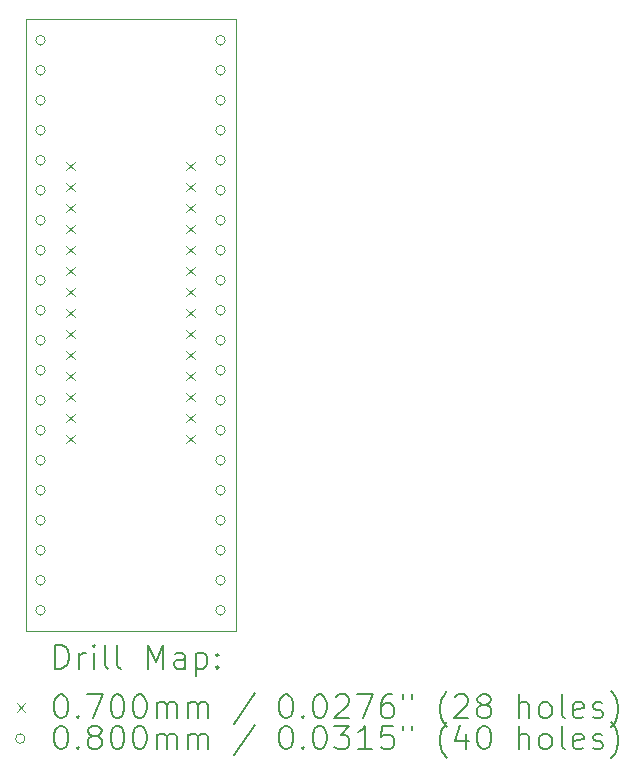
<source format=gbr>
%FSLAX45Y45*%
G04 Gerber Fmt 4.5, Leading zero omitted, Abs format (unit mm)*
G04 Created by KiCad (PCBNEW (6.0.0)) date 2023-01-29 20:36:42*
%MOMM*%
%LPD*%
G01*
G04 APERTURE LIST*
%TA.AperFunction,Profile*%
%ADD10C,0.100000*%
%TD*%
%ADD11C,0.200000*%
%ADD12C,0.070000*%
%ADD13C,0.080000*%
G04 APERTURE END LIST*
D10*
X13208000Y-10287000D02*
X13208000Y-5105400D01*
X11430000Y-10287000D02*
X11430000Y-5105400D01*
X11430000Y-5105400D02*
X13208000Y-5105400D01*
X13182600Y-10287000D02*
X11430000Y-10287000D01*
X13182600Y-10287000D02*
X13208000Y-10287000D01*
D11*
D12*
X11776000Y-6315000D02*
X11846000Y-6385000D01*
X11846000Y-6315000D02*
X11776000Y-6385000D01*
X11776000Y-6492800D02*
X11846000Y-6562800D01*
X11846000Y-6492800D02*
X11776000Y-6562800D01*
X11776000Y-6670600D02*
X11846000Y-6740600D01*
X11846000Y-6670600D02*
X11776000Y-6740600D01*
X11776000Y-6848400D02*
X11846000Y-6918400D01*
X11846000Y-6848400D02*
X11776000Y-6918400D01*
X11776000Y-7026200D02*
X11846000Y-7096200D01*
X11846000Y-7026200D02*
X11776000Y-7096200D01*
X11776000Y-7204000D02*
X11846000Y-7274000D01*
X11846000Y-7204000D02*
X11776000Y-7274000D01*
X11776000Y-7381800D02*
X11846000Y-7451800D01*
X11846000Y-7381800D02*
X11776000Y-7451800D01*
X11776000Y-7559600D02*
X11846000Y-7629600D01*
X11846000Y-7559600D02*
X11776000Y-7629600D01*
X11776000Y-7737400D02*
X11846000Y-7807400D01*
X11846000Y-7737400D02*
X11776000Y-7807400D01*
X11776000Y-7915200D02*
X11846000Y-7985200D01*
X11846000Y-7915200D02*
X11776000Y-7985200D01*
X11776000Y-8093000D02*
X11846000Y-8163000D01*
X11846000Y-8093000D02*
X11776000Y-8163000D01*
X11776000Y-8270800D02*
X11846000Y-8340800D01*
X11846000Y-8270800D02*
X11776000Y-8340800D01*
X11776000Y-8448600D02*
X11846000Y-8518600D01*
X11846000Y-8448600D02*
X11776000Y-8518600D01*
X11776000Y-8626400D02*
X11846000Y-8696400D01*
X11846000Y-8626400D02*
X11776000Y-8696400D01*
X12792000Y-6315000D02*
X12862000Y-6385000D01*
X12862000Y-6315000D02*
X12792000Y-6385000D01*
X12792000Y-6492800D02*
X12862000Y-6562800D01*
X12862000Y-6492800D02*
X12792000Y-6562800D01*
X12792000Y-6670600D02*
X12862000Y-6740600D01*
X12862000Y-6670600D02*
X12792000Y-6740600D01*
X12792000Y-6848400D02*
X12862000Y-6918400D01*
X12862000Y-6848400D02*
X12792000Y-6918400D01*
X12792000Y-7026200D02*
X12862000Y-7096200D01*
X12862000Y-7026200D02*
X12792000Y-7096200D01*
X12792000Y-7204000D02*
X12862000Y-7274000D01*
X12862000Y-7204000D02*
X12792000Y-7274000D01*
X12792000Y-7381800D02*
X12862000Y-7451800D01*
X12862000Y-7381800D02*
X12792000Y-7451800D01*
X12792000Y-7559600D02*
X12862000Y-7629600D01*
X12862000Y-7559600D02*
X12792000Y-7629600D01*
X12792000Y-7737400D02*
X12862000Y-7807400D01*
X12862000Y-7737400D02*
X12792000Y-7807400D01*
X12792000Y-7915200D02*
X12862000Y-7985200D01*
X12862000Y-7915200D02*
X12792000Y-7985200D01*
X12792000Y-8093000D02*
X12862000Y-8163000D01*
X12862000Y-8093000D02*
X12792000Y-8163000D01*
X12792000Y-8270800D02*
X12862000Y-8340800D01*
X12862000Y-8270800D02*
X12792000Y-8340800D01*
X12792000Y-8448600D02*
X12862000Y-8518600D01*
X12862000Y-8448600D02*
X12792000Y-8518600D01*
X12792000Y-8626400D02*
X12862000Y-8696400D01*
X12862000Y-8626400D02*
X12792000Y-8696400D01*
D13*
X11596500Y-5283700D02*
G75*
G03*
X11596500Y-5283700I-40000J0D01*
G01*
X11596500Y-5537700D02*
G75*
G03*
X11596500Y-5537700I-40000J0D01*
G01*
X11596500Y-5791700D02*
G75*
G03*
X11596500Y-5791700I-40000J0D01*
G01*
X11596500Y-6045700D02*
G75*
G03*
X11596500Y-6045700I-40000J0D01*
G01*
X11596500Y-6299700D02*
G75*
G03*
X11596500Y-6299700I-40000J0D01*
G01*
X11596500Y-6553700D02*
G75*
G03*
X11596500Y-6553700I-40000J0D01*
G01*
X11596500Y-6807700D02*
G75*
G03*
X11596500Y-6807700I-40000J0D01*
G01*
X11596500Y-7061700D02*
G75*
G03*
X11596500Y-7061700I-40000J0D01*
G01*
X11596500Y-7315700D02*
G75*
G03*
X11596500Y-7315700I-40000J0D01*
G01*
X11596500Y-7569700D02*
G75*
G03*
X11596500Y-7569700I-40000J0D01*
G01*
X11596500Y-7823700D02*
G75*
G03*
X11596500Y-7823700I-40000J0D01*
G01*
X11596500Y-8077700D02*
G75*
G03*
X11596500Y-8077700I-40000J0D01*
G01*
X11596500Y-8331700D02*
G75*
G03*
X11596500Y-8331700I-40000J0D01*
G01*
X11596500Y-8585700D02*
G75*
G03*
X11596500Y-8585700I-40000J0D01*
G01*
X11596500Y-8839700D02*
G75*
G03*
X11596500Y-8839700I-40000J0D01*
G01*
X11596500Y-9093700D02*
G75*
G03*
X11596500Y-9093700I-40000J0D01*
G01*
X11596500Y-9347700D02*
G75*
G03*
X11596500Y-9347700I-40000J0D01*
G01*
X11596500Y-9601700D02*
G75*
G03*
X11596500Y-9601700I-40000J0D01*
G01*
X11596500Y-9855700D02*
G75*
G03*
X11596500Y-9855700I-40000J0D01*
G01*
X11596500Y-10109700D02*
G75*
G03*
X11596500Y-10109700I-40000J0D01*
G01*
X13120500Y-5283700D02*
G75*
G03*
X13120500Y-5283700I-40000J0D01*
G01*
X13120500Y-5537700D02*
G75*
G03*
X13120500Y-5537700I-40000J0D01*
G01*
X13120500Y-5791700D02*
G75*
G03*
X13120500Y-5791700I-40000J0D01*
G01*
X13120500Y-6045700D02*
G75*
G03*
X13120500Y-6045700I-40000J0D01*
G01*
X13120500Y-6299700D02*
G75*
G03*
X13120500Y-6299700I-40000J0D01*
G01*
X13120500Y-6553700D02*
G75*
G03*
X13120500Y-6553700I-40000J0D01*
G01*
X13120500Y-6807700D02*
G75*
G03*
X13120500Y-6807700I-40000J0D01*
G01*
X13120500Y-7061700D02*
G75*
G03*
X13120500Y-7061700I-40000J0D01*
G01*
X13120500Y-7315700D02*
G75*
G03*
X13120500Y-7315700I-40000J0D01*
G01*
X13120500Y-7569700D02*
G75*
G03*
X13120500Y-7569700I-40000J0D01*
G01*
X13120500Y-7823700D02*
G75*
G03*
X13120500Y-7823700I-40000J0D01*
G01*
X13120500Y-8077700D02*
G75*
G03*
X13120500Y-8077700I-40000J0D01*
G01*
X13120500Y-8331700D02*
G75*
G03*
X13120500Y-8331700I-40000J0D01*
G01*
X13120500Y-8585700D02*
G75*
G03*
X13120500Y-8585700I-40000J0D01*
G01*
X13120500Y-8839700D02*
G75*
G03*
X13120500Y-8839700I-40000J0D01*
G01*
X13120500Y-9093700D02*
G75*
G03*
X13120500Y-9093700I-40000J0D01*
G01*
X13120500Y-9347700D02*
G75*
G03*
X13120500Y-9347700I-40000J0D01*
G01*
X13120500Y-9601700D02*
G75*
G03*
X13120500Y-9601700I-40000J0D01*
G01*
X13120500Y-9855700D02*
G75*
G03*
X13120500Y-9855700I-40000J0D01*
G01*
X13120500Y-10109700D02*
G75*
G03*
X13120500Y-10109700I-40000J0D01*
G01*
D11*
X11682619Y-10602476D02*
X11682619Y-10402476D01*
X11730238Y-10402476D01*
X11758809Y-10412000D01*
X11777857Y-10431048D01*
X11787381Y-10450095D01*
X11796905Y-10488190D01*
X11796905Y-10516762D01*
X11787381Y-10554857D01*
X11777857Y-10573905D01*
X11758809Y-10592952D01*
X11730238Y-10602476D01*
X11682619Y-10602476D01*
X11882619Y-10602476D02*
X11882619Y-10469143D01*
X11882619Y-10507238D02*
X11892143Y-10488190D01*
X11901667Y-10478667D01*
X11920714Y-10469143D01*
X11939762Y-10469143D01*
X12006428Y-10602476D02*
X12006428Y-10469143D01*
X12006428Y-10402476D02*
X11996905Y-10412000D01*
X12006428Y-10421524D01*
X12015952Y-10412000D01*
X12006428Y-10402476D01*
X12006428Y-10421524D01*
X12130238Y-10602476D02*
X12111190Y-10592952D01*
X12101667Y-10573905D01*
X12101667Y-10402476D01*
X12235000Y-10602476D02*
X12215952Y-10592952D01*
X12206428Y-10573905D01*
X12206428Y-10402476D01*
X12463571Y-10602476D02*
X12463571Y-10402476D01*
X12530238Y-10545333D01*
X12596905Y-10402476D01*
X12596905Y-10602476D01*
X12777857Y-10602476D02*
X12777857Y-10497714D01*
X12768333Y-10478667D01*
X12749286Y-10469143D01*
X12711190Y-10469143D01*
X12692143Y-10478667D01*
X12777857Y-10592952D02*
X12758809Y-10602476D01*
X12711190Y-10602476D01*
X12692143Y-10592952D01*
X12682619Y-10573905D01*
X12682619Y-10554857D01*
X12692143Y-10535810D01*
X12711190Y-10526286D01*
X12758809Y-10526286D01*
X12777857Y-10516762D01*
X12873095Y-10469143D02*
X12873095Y-10669143D01*
X12873095Y-10478667D02*
X12892143Y-10469143D01*
X12930238Y-10469143D01*
X12949286Y-10478667D01*
X12958809Y-10488190D01*
X12968333Y-10507238D01*
X12968333Y-10564381D01*
X12958809Y-10583429D01*
X12949286Y-10592952D01*
X12930238Y-10602476D01*
X12892143Y-10602476D01*
X12873095Y-10592952D01*
X13054048Y-10583429D02*
X13063571Y-10592952D01*
X13054048Y-10602476D01*
X13044524Y-10592952D01*
X13054048Y-10583429D01*
X13054048Y-10602476D01*
X13054048Y-10478667D02*
X13063571Y-10488190D01*
X13054048Y-10497714D01*
X13044524Y-10488190D01*
X13054048Y-10478667D01*
X13054048Y-10497714D01*
D12*
X11355000Y-10897000D02*
X11425000Y-10967000D01*
X11425000Y-10897000D02*
X11355000Y-10967000D01*
D11*
X11720714Y-10822476D02*
X11739762Y-10822476D01*
X11758809Y-10832000D01*
X11768333Y-10841524D01*
X11777857Y-10860571D01*
X11787381Y-10898667D01*
X11787381Y-10946286D01*
X11777857Y-10984381D01*
X11768333Y-11003429D01*
X11758809Y-11012952D01*
X11739762Y-11022476D01*
X11720714Y-11022476D01*
X11701667Y-11012952D01*
X11692143Y-11003429D01*
X11682619Y-10984381D01*
X11673095Y-10946286D01*
X11673095Y-10898667D01*
X11682619Y-10860571D01*
X11692143Y-10841524D01*
X11701667Y-10832000D01*
X11720714Y-10822476D01*
X11873095Y-11003429D02*
X11882619Y-11012952D01*
X11873095Y-11022476D01*
X11863571Y-11012952D01*
X11873095Y-11003429D01*
X11873095Y-11022476D01*
X11949286Y-10822476D02*
X12082619Y-10822476D01*
X11996905Y-11022476D01*
X12196905Y-10822476D02*
X12215952Y-10822476D01*
X12235000Y-10832000D01*
X12244524Y-10841524D01*
X12254048Y-10860571D01*
X12263571Y-10898667D01*
X12263571Y-10946286D01*
X12254048Y-10984381D01*
X12244524Y-11003429D01*
X12235000Y-11012952D01*
X12215952Y-11022476D01*
X12196905Y-11022476D01*
X12177857Y-11012952D01*
X12168333Y-11003429D01*
X12158809Y-10984381D01*
X12149286Y-10946286D01*
X12149286Y-10898667D01*
X12158809Y-10860571D01*
X12168333Y-10841524D01*
X12177857Y-10832000D01*
X12196905Y-10822476D01*
X12387381Y-10822476D02*
X12406428Y-10822476D01*
X12425476Y-10832000D01*
X12435000Y-10841524D01*
X12444524Y-10860571D01*
X12454048Y-10898667D01*
X12454048Y-10946286D01*
X12444524Y-10984381D01*
X12435000Y-11003429D01*
X12425476Y-11012952D01*
X12406428Y-11022476D01*
X12387381Y-11022476D01*
X12368333Y-11012952D01*
X12358809Y-11003429D01*
X12349286Y-10984381D01*
X12339762Y-10946286D01*
X12339762Y-10898667D01*
X12349286Y-10860571D01*
X12358809Y-10841524D01*
X12368333Y-10832000D01*
X12387381Y-10822476D01*
X12539762Y-11022476D02*
X12539762Y-10889143D01*
X12539762Y-10908190D02*
X12549286Y-10898667D01*
X12568333Y-10889143D01*
X12596905Y-10889143D01*
X12615952Y-10898667D01*
X12625476Y-10917714D01*
X12625476Y-11022476D01*
X12625476Y-10917714D02*
X12635000Y-10898667D01*
X12654048Y-10889143D01*
X12682619Y-10889143D01*
X12701667Y-10898667D01*
X12711190Y-10917714D01*
X12711190Y-11022476D01*
X12806428Y-11022476D02*
X12806428Y-10889143D01*
X12806428Y-10908190D02*
X12815952Y-10898667D01*
X12835000Y-10889143D01*
X12863571Y-10889143D01*
X12882619Y-10898667D01*
X12892143Y-10917714D01*
X12892143Y-11022476D01*
X12892143Y-10917714D02*
X12901667Y-10898667D01*
X12920714Y-10889143D01*
X12949286Y-10889143D01*
X12968333Y-10898667D01*
X12977857Y-10917714D01*
X12977857Y-11022476D01*
X13368333Y-10812952D02*
X13196905Y-11070095D01*
X13625476Y-10822476D02*
X13644524Y-10822476D01*
X13663571Y-10832000D01*
X13673095Y-10841524D01*
X13682619Y-10860571D01*
X13692143Y-10898667D01*
X13692143Y-10946286D01*
X13682619Y-10984381D01*
X13673095Y-11003429D01*
X13663571Y-11012952D01*
X13644524Y-11022476D01*
X13625476Y-11022476D01*
X13606428Y-11012952D01*
X13596905Y-11003429D01*
X13587381Y-10984381D01*
X13577857Y-10946286D01*
X13577857Y-10898667D01*
X13587381Y-10860571D01*
X13596905Y-10841524D01*
X13606428Y-10832000D01*
X13625476Y-10822476D01*
X13777857Y-11003429D02*
X13787381Y-11012952D01*
X13777857Y-11022476D01*
X13768333Y-11012952D01*
X13777857Y-11003429D01*
X13777857Y-11022476D01*
X13911190Y-10822476D02*
X13930238Y-10822476D01*
X13949286Y-10832000D01*
X13958809Y-10841524D01*
X13968333Y-10860571D01*
X13977857Y-10898667D01*
X13977857Y-10946286D01*
X13968333Y-10984381D01*
X13958809Y-11003429D01*
X13949286Y-11012952D01*
X13930238Y-11022476D01*
X13911190Y-11022476D01*
X13892143Y-11012952D01*
X13882619Y-11003429D01*
X13873095Y-10984381D01*
X13863571Y-10946286D01*
X13863571Y-10898667D01*
X13873095Y-10860571D01*
X13882619Y-10841524D01*
X13892143Y-10832000D01*
X13911190Y-10822476D01*
X14054048Y-10841524D02*
X14063571Y-10832000D01*
X14082619Y-10822476D01*
X14130238Y-10822476D01*
X14149286Y-10832000D01*
X14158809Y-10841524D01*
X14168333Y-10860571D01*
X14168333Y-10879619D01*
X14158809Y-10908190D01*
X14044524Y-11022476D01*
X14168333Y-11022476D01*
X14235000Y-10822476D02*
X14368333Y-10822476D01*
X14282619Y-11022476D01*
X14530238Y-10822476D02*
X14492143Y-10822476D01*
X14473095Y-10832000D01*
X14463571Y-10841524D01*
X14444524Y-10870095D01*
X14435000Y-10908190D01*
X14435000Y-10984381D01*
X14444524Y-11003429D01*
X14454048Y-11012952D01*
X14473095Y-11022476D01*
X14511190Y-11022476D01*
X14530238Y-11012952D01*
X14539762Y-11003429D01*
X14549286Y-10984381D01*
X14549286Y-10936762D01*
X14539762Y-10917714D01*
X14530238Y-10908190D01*
X14511190Y-10898667D01*
X14473095Y-10898667D01*
X14454048Y-10908190D01*
X14444524Y-10917714D01*
X14435000Y-10936762D01*
X14625476Y-10822476D02*
X14625476Y-10860571D01*
X14701667Y-10822476D02*
X14701667Y-10860571D01*
X14996905Y-11098667D02*
X14987381Y-11089143D01*
X14968333Y-11060571D01*
X14958809Y-11041524D01*
X14949286Y-11012952D01*
X14939762Y-10965333D01*
X14939762Y-10927238D01*
X14949286Y-10879619D01*
X14958809Y-10851048D01*
X14968333Y-10832000D01*
X14987381Y-10803429D01*
X14996905Y-10793905D01*
X15063571Y-10841524D02*
X15073095Y-10832000D01*
X15092143Y-10822476D01*
X15139762Y-10822476D01*
X15158809Y-10832000D01*
X15168333Y-10841524D01*
X15177857Y-10860571D01*
X15177857Y-10879619D01*
X15168333Y-10908190D01*
X15054048Y-11022476D01*
X15177857Y-11022476D01*
X15292143Y-10908190D02*
X15273095Y-10898667D01*
X15263571Y-10889143D01*
X15254048Y-10870095D01*
X15254048Y-10860571D01*
X15263571Y-10841524D01*
X15273095Y-10832000D01*
X15292143Y-10822476D01*
X15330238Y-10822476D01*
X15349286Y-10832000D01*
X15358809Y-10841524D01*
X15368333Y-10860571D01*
X15368333Y-10870095D01*
X15358809Y-10889143D01*
X15349286Y-10898667D01*
X15330238Y-10908190D01*
X15292143Y-10908190D01*
X15273095Y-10917714D01*
X15263571Y-10927238D01*
X15254048Y-10946286D01*
X15254048Y-10984381D01*
X15263571Y-11003429D01*
X15273095Y-11012952D01*
X15292143Y-11022476D01*
X15330238Y-11022476D01*
X15349286Y-11012952D01*
X15358809Y-11003429D01*
X15368333Y-10984381D01*
X15368333Y-10946286D01*
X15358809Y-10927238D01*
X15349286Y-10917714D01*
X15330238Y-10908190D01*
X15606428Y-11022476D02*
X15606428Y-10822476D01*
X15692143Y-11022476D02*
X15692143Y-10917714D01*
X15682619Y-10898667D01*
X15663571Y-10889143D01*
X15635000Y-10889143D01*
X15615952Y-10898667D01*
X15606428Y-10908190D01*
X15815952Y-11022476D02*
X15796905Y-11012952D01*
X15787381Y-11003429D01*
X15777857Y-10984381D01*
X15777857Y-10927238D01*
X15787381Y-10908190D01*
X15796905Y-10898667D01*
X15815952Y-10889143D01*
X15844524Y-10889143D01*
X15863571Y-10898667D01*
X15873095Y-10908190D01*
X15882619Y-10927238D01*
X15882619Y-10984381D01*
X15873095Y-11003429D01*
X15863571Y-11012952D01*
X15844524Y-11022476D01*
X15815952Y-11022476D01*
X15996905Y-11022476D02*
X15977857Y-11012952D01*
X15968333Y-10993905D01*
X15968333Y-10822476D01*
X16149286Y-11012952D02*
X16130238Y-11022476D01*
X16092143Y-11022476D01*
X16073095Y-11012952D01*
X16063571Y-10993905D01*
X16063571Y-10917714D01*
X16073095Y-10898667D01*
X16092143Y-10889143D01*
X16130238Y-10889143D01*
X16149286Y-10898667D01*
X16158809Y-10917714D01*
X16158809Y-10936762D01*
X16063571Y-10955810D01*
X16235000Y-11012952D02*
X16254048Y-11022476D01*
X16292143Y-11022476D01*
X16311190Y-11012952D01*
X16320714Y-10993905D01*
X16320714Y-10984381D01*
X16311190Y-10965333D01*
X16292143Y-10955810D01*
X16263571Y-10955810D01*
X16244524Y-10946286D01*
X16235000Y-10927238D01*
X16235000Y-10917714D01*
X16244524Y-10898667D01*
X16263571Y-10889143D01*
X16292143Y-10889143D01*
X16311190Y-10898667D01*
X16387381Y-11098667D02*
X16396905Y-11089143D01*
X16415952Y-11060571D01*
X16425476Y-11041524D01*
X16435000Y-11012952D01*
X16444524Y-10965333D01*
X16444524Y-10927238D01*
X16435000Y-10879619D01*
X16425476Y-10851048D01*
X16415952Y-10832000D01*
X16396905Y-10803429D01*
X16387381Y-10793905D01*
D13*
X11425000Y-11196000D02*
G75*
G03*
X11425000Y-11196000I-40000J0D01*
G01*
D11*
X11720714Y-11086476D02*
X11739762Y-11086476D01*
X11758809Y-11096000D01*
X11768333Y-11105524D01*
X11777857Y-11124571D01*
X11787381Y-11162667D01*
X11787381Y-11210286D01*
X11777857Y-11248381D01*
X11768333Y-11267428D01*
X11758809Y-11276952D01*
X11739762Y-11286476D01*
X11720714Y-11286476D01*
X11701667Y-11276952D01*
X11692143Y-11267428D01*
X11682619Y-11248381D01*
X11673095Y-11210286D01*
X11673095Y-11162667D01*
X11682619Y-11124571D01*
X11692143Y-11105524D01*
X11701667Y-11096000D01*
X11720714Y-11086476D01*
X11873095Y-11267428D02*
X11882619Y-11276952D01*
X11873095Y-11286476D01*
X11863571Y-11276952D01*
X11873095Y-11267428D01*
X11873095Y-11286476D01*
X11996905Y-11172190D02*
X11977857Y-11162667D01*
X11968333Y-11153143D01*
X11958809Y-11134095D01*
X11958809Y-11124571D01*
X11968333Y-11105524D01*
X11977857Y-11096000D01*
X11996905Y-11086476D01*
X12035000Y-11086476D01*
X12054048Y-11096000D01*
X12063571Y-11105524D01*
X12073095Y-11124571D01*
X12073095Y-11134095D01*
X12063571Y-11153143D01*
X12054048Y-11162667D01*
X12035000Y-11172190D01*
X11996905Y-11172190D01*
X11977857Y-11181714D01*
X11968333Y-11191238D01*
X11958809Y-11210286D01*
X11958809Y-11248381D01*
X11968333Y-11267428D01*
X11977857Y-11276952D01*
X11996905Y-11286476D01*
X12035000Y-11286476D01*
X12054048Y-11276952D01*
X12063571Y-11267428D01*
X12073095Y-11248381D01*
X12073095Y-11210286D01*
X12063571Y-11191238D01*
X12054048Y-11181714D01*
X12035000Y-11172190D01*
X12196905Y-11086476D02*
X12215952Y-11086476D01*
X12235000Y-11096000D01*
X12244524Y-11105524D01*
X12254048Y-11124571D01*
X12263571Y-11162667D01*
X12263571Y-11210286D01*
X12254048Y-11248381D01*
X12244524Y-11267428D01*
X12235000Y-11276952D01*
X12215952Y-11286476D01*
X12196905Y-11286476D01*
X12177857Y-11276952D01*
X12168333Y-11267428D01*
X12158809Y-11248381D01*
X12149286Y-11210286D01*
X12149286Y-11162667D01*
X12158809Y-11124571D01*
X12168333Y-11105524D01*
X12177857Y-11096000D01*
X12196905Y-11086476D01*
X12387381Y-11086476D02*
X12406428Y-11086476D01*
X12425476Y-11096000D01*
X12435000Y-11105524D01*
X12444524Y-11124571D01*
X12454048Y-11162667D01*
X12454048Y-11210286D01*
X12444524Y-11248381D01*
X12435000Y-11267428D01*
X12425476Y-11276952D01*
X12406428Y-11286476D01*
X12387381Y-11286476D01*
X12368333Y-11276952D01*
X12358809Y-11267428D01*
X12349286Y-11248381D01*
X12339762Y-11210286D01*
X12339762Y-11162667D01*
X12349286Y-11124571D01*
X12358809Y-11105524D01*
X12368333Y-11096000D01*
X12387381Y-11086476D01*
X12539762Y-11286476D02*
X12539762Y-11153143D01*
X12539762Y-11172190D02*
X12549286Y-11162667D01*
X12568333Y-11153143D01*
X12596905Y-11153143D01*
X12615952Y-11162667D01*
X12625476Y-11181714D01*
X12625476Y-11286476D01*
X12625476Y-11181714D02*
X12635000Y-11162667D01*
X12654048Y-11153143D01*
X12682619Y-11153143D01*
X12701667Y-11162667D01*
X12711190Y-11181714D01*
X12711190Y-11286476D01*
X12806428Y-11286476D02*
X12806428Y-11153143D01*
X12806428Y-11172190D02*
X12815952Y-11162667D01*
X12835000Y-11153143D01*
X12863571Y-11153143D01*
X12882619Y-11162667D01*
X12892143Y-11181714D01*
X12892143Y-11286476D01*
X12892143Y-11181714D02*
X12901667Y-11162667D01*
X12920714Y-11153143D01*
X12949286Y-11153143D01*
X12968333Y-11162667D01*
X12977857Y-11181714D01*
X12977857Y-11286476D01*
X13368333Y-11076952D02*
X13196905Y-11334095D01*
X13625476Y-11086476D02*
X13644524Y-11086476D01*
X13663571Y-11096000D01*
X13673095Y-11105524D01*
X13682619Y-11124571D01*
X13692143Y-11162667D01*
X13692143Y-11210286D01*
X13682619Y-11248381D01*
X13673095Y-11267428D01*
X13663571Y-11276952D01*
X13644524Y-11286476D01*
X13625476Y-11286476D01*
X13606428Y-11276952D01*
X13596905Y-11267428D01*
X13587381Y-11248381D01*
X13577857Y-11210286D01*
X13577857Y-11162667D01*
X13587381Y-11124571D01*
X13596905Y-11105524D01*
X13606428Y-11096000D01*
X13625476Y-11086476D01*
X13777857Y-11267428D02*
X13787381Y-11276952D01*
X13777857Y-11286476D01*
X13768333Y-11276952D01*
X13777857Y-11267428D01*
X13777857Y-11286476D01*
X13911190Y-11086476D02*
X13930238Y-11086476D01*
X13949286Y-11096000D01*
X13958809Y-11105524D01*
X13968333Y-11124571D01*
X13977857Y-11162667D01*
X13977857Y-11210286D01*
X13968333Y-11248381D01*
X13958809Y-11267428D01*
X13949286Y-11276952D01*
X13930238Y-11286476D01*
X13911190Y-11286476D01*
X13892143Y-11276952D01*
X13882619Y-11267428D01*
X13873095Y-11248381D01*
X13863571Y-11210286D01*
X13863571Y-11162667D01*
X13873095Y-11124571D01*
X13882619Y-11105524D01*
X13892143Y-11096000D01*
X13911190Y-11086476D01*
X14044524Y-11086476D02*
X14168333Y-11086476D01*
X14101667Y-11162667D01*
X14130238Y-11162667D01*
X14149286Y-11172190D01*
X14158809Y-11181714D01*
X14168333Y-11200762D01*
X14168333Y-11248381D01*
X14158809Y-11267428D01*
X14149286Y-11276952D01*
X14130238Y-11286476D01*
X14073095Y-11286476D01*
X14054048Y-11276952D01*
X14044524Y-11267428D01*
X14358809Y-11286476D02*
X14244524Y-11286476D01*
X14301667Y-11286476D02*
X14301667Y-11086476D01*
X14282619Y-11115048D01*
X14263571Y-11134095D01*
X14244524Y-11143619D01*
X14539762Y-11086476D02*
X14444524Y-11086476D01*
X14435000Y-11181714D01*
X14444524Y-11172190D01*
X14463571Y-11162667D01*
X14511190Y-11162667D01*
X14530238Y-11172190D01*
X14539762Y-11181714D01*
X14549286Y-11200762D01*
X14549286Y-11248381D01*
X14539762Y-11267428D01*
X14530238Y-11276952D01*
X14511190Y-11286476D01*
X14463571Y-11286476D01*
X14444524Y-11276952D01*
X14435000Y-11267428D01*
X14625476Y-11086476D02*
X14625476Y-11124571D01*
X14701667Y-11086476D02*
X14701667Y-11124571D01*
X14996905Y-11362667D02*
X14987381Y-11353143D01*
X14968333Y-11324571D01*
X14958809Y-11305524D01*
X14949286Y-11276952D01*
X14939762Y-11229333D01*
X14939762Y-11191238D01*
X14949286Y-11143619D01*
X14958809Y-11115048D01*
X14968333Y-11096000D01*
X14987381Y-11067429D01*
X14996905Y-11057905D01*
X15158809Y-11153143D02*
X15158809Y-11286476D01*
X15111190Y-11076952D02*
X15063571Y-11219809D01*
X15187381Y-11219809D01*
X15301667Y-11086476D02*
X15320714Y-11086476D01*
X15339762Y-11096000D01*
X15349286Y-11105524D01*
X15358809Y-11124571D01*
X15368333Y-11162667D01*
X15368333Y-11210286D01*
X15358809Y-11248381D01*
X15349286Y-11267428D01*
X15339762Y-11276952D01*
X15320714Y-11286476D01*
X15301667Y-11286476D01*
X15282619Y-11276952D01*
X15273095Y-11267428D01*
X15263571Y-11248381D01*
X15254048Y-11210286D01*
X15254048Y-11162667D01*
X15263571Y-11124571D01*
X15273095Y-11105524D01*
X15282619Y-11096000D01*
X15301667Y-11086476D01*
X15606428Y-11286476D02*
X15606428Y-11086476D01*
X15692143Y-11286476D02*
X15692143Y-11181714D01*
X15682619Y-11162667D01*
X15663571Y-11153143D01*
X15635000Y-11153143D01*
X15615952Y-11162667D01*
X15606428Y-11172190D01*
X15815952Y-11286476D02*
X15796905Y-11276952D01*
X15787381Y-11267428D01*
X15777857Y-11248381D01*
X15777857Y-11191238D01*
X15787381Y-11172190D01*
X15796905Y-11162667D01*
X15815952Y-11153143D01*
X15844524Y-11153143D01*
X15863571Y-11162667D01*
X15873095Y-11172190D01*
X15882619Y-11191238D01*
X15882619Y-11248381D01*
X15873095Y-11267428D01*
X15863571Y-11276952D01*
X15844524Y-11286476D01*
X15815952Y-11286476D01*
X15996905Y-11286476D02*
X15977857Y-11276952D01*
X15968333Y-11257905D01*
X15968333Y-11086476D01*
X16149286Y-11276952D02*
X16130238Y-11286476D01*
X16092143Y-11286476D01*
X16073095Y-11276952D01*
X16063571Y-11257905D01*
X16063571Y-11181714D01*
X16073095Y-11162667D01*
X16092143Y-11153143D01*
X16130238Y-11153143D01*
X16149286Y-11162667D01*
X16158809Y-11181714D01*
X16158809Y-11200762D01*
X16063571Y-11219809D01*
X16235000Y-11276952D02*
X16254048Y-11286476D01*
X16292143Y-11286476D01*
X16311190Y-11276952D01*
X16320714Y-11257905D01*
X16320714Y-11248381D01*
X16311190Y-11229333D01*
X16292143Y-11219809D01*
X16263571Y-11219809D01*
X16244524Y-11210286D01*
X16235000Y-11191238D01*
X16235000Y-11181714D01*
X16244524Y-11162667D01*
X16263571Y-11153143D01*
X16292143Y-11153143D01*
X16311190Y-11162667D01*
X16387381Y-11362667D02*
X16396905Y-11353143D01*
X16415952Y-11324571D01*
X16425476Y-11305524D01*
X16435000Y-11276952D01*
X16444524Y-11229333D01*
X16444524Y-11191238D01*
X16435000Y-11143619D01*
X16425476Y-11115048D01*
X16415952Y-11096000D01*
X16396905Y-11067429D01*
X16387381Y-11057905D01*
M02*

</source>
